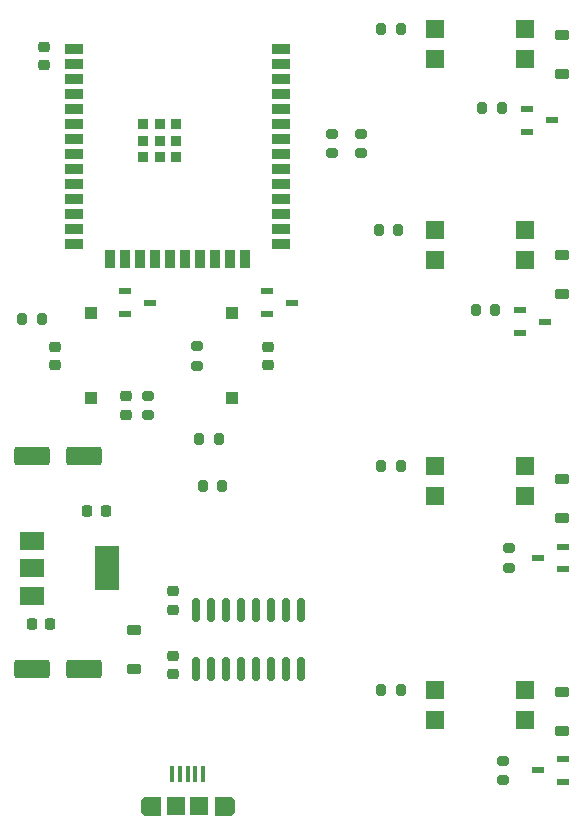
<source format=gbr>
%TF.GenerationSoftware,KiCad,Pcbnew,7.0.1*%
%TF.CreationDate,2023-08-30T01:48:52-03:00*%
%TF.ProjectId,IOT-V2,494f542d-5632-42e6-9b69-6361645f7063,rev?*%
%TF.SameCoordinates,Original*%
%TF.FileFunction,Paste,Top*%
%TF.FilePolarity,Positive*%
%FSLAX46Y46*%
G04 Gerber Fmt 4.6, Leading zero omitted, Abs format (unit mm)*
G04 Created by KiCad (PCBNEW 7.0.1) date 2023-08-30 01:48:52*
%MOMM*%
%LPD*%
G01*
G04 APERTURE LIST*
G04 Aperture macros list*
%AMRoundRect*
0 Rectangle with rounded corners*
0 $1 Rounding radius*
0 $2 $3 $4 $5 $6 $7 $8 $9 X,Y pos of 4 corners*
0 Add a 4 corners polygon primitive as box body*
4,1,4,$2,$3,$4,$5,$6,$7,$8,$9,$2,$3,0*
0 Add four circle primitives for the rounded corners*
1,1,$1+$1,$2,$3*
1,1,$1+$1,$4,$5*
1,1,$1+$1,$6,$7*
1,1,$1+$1,$8,$9*
0 Add four rect primitives between the rounded corners*
20,1,$1+$1,$2,$3,$4,$5,0*
20,1,$1+$1,$4,$5,$6,$7,0*
20,1,$1+$1,$6,$7,$8,$9,0*
20,1,$1+$1,$8,$9,$2,$3,0*%
G04 Aperture macros list end*
%ADD10C,0.010000*%
%ADD11R,1.600000X1.600000*%
%ADD12R,1.000760X0.599440*%
%ADD13RoundRect,0.218750X0.256250X-0.218750X0.256250X0.218750X-0.256250X0.218750X-0.256250X-0.218750X0*%
%ADD14RoundRect,0.225000X0.375000X-0.225000X0.375000X0.225000X-0.375000X0.225000X-0.375000X-0.225000X0*%
%ADD15R,1.500000X0.900000*%
%ADD16R,0.900000X1.500000*%
%ADD17R,0.900000X0.900000*%
%ADD18RoundRect,0.250000X-1.250000X-0.550000X1.250000X-0.550000X1.250000X0.550000X-1.250000X0.550000X0*%
%ADD19RoundRect,0.200000X-0.200000X-0.275000X0.200000X-0.275000X0.200000X0.275000X-0.200000X0.275000X0*%
%ADD20RoundRect,0.200000X-0.275000X0.200000X-0.275000X-0.200000X0.275000X-0.200000X0.275000X0.200000X0*%
%ADD21RoundRect,0.200000X0.275000X-0.200000X0.275000X0.200000X-0.275000X0.200000X-0.275000X-0.200000X0*%
%ADD22RoundRect,0.225000X-0.225000X-0.250000X0.225000X-0.250000X0.225000X0.250000X-0.225000X0.250000X0*%
%ADD23RoundRect,0.200000X0.200000X0.275000X-0.200000X0.275000X-0.200000X-0.275000X0.200000X-0.275000X0*%
%ADD24RoundRect,0.225000X-0.250000X0.225000X-0.250000X-0.225000X0.250000X-0.225000X0.250000X0.225000X0*%
%ADD25R,2.000000X1.500000*%
%ADD26R,2.000000X3.800000*%
%ADD27RoundRect,0.225000X0.250000X-0.225000X0.250000X0.225000X-0.250000X0.225000X-0.250000X-0.225000X0*%
%ADD28RoundRect,0.225000X-0.375000X0.225000X-0.375000X-0.225000X0.375000X-0.225000X0.375000X0.225000X0*%
%ADD29RoundRect,0.225000X0.225000X0.250000X-0.225000X0.250000X-0.225000X-0.250000X0.225000X-0.250000X0*%
%ADD30R,1.000760X1.000760*%
%ADD31RoundRect,0.150000X0.150000X-0.825000X0.150000X0.825000X-0.150000X0.825000X-0.150000X-0.825000X0*%
%ADD32R,0.400000X1.350000*%
%ADD33R,1.500000X1.550000*%
G04 APERTURE END LIST*
%TO.C,J1*%
D10*
X104475000Y-118775000D02*
X103330000Y-118775000D01*
X103304000Y-118774000D01*
X103278000Y-118772000D01*
X103252000Y-118769000D01*
X103226000Y-118764000D01*
X103201000Y-118758000D01*
X103175000Y-118751000D01*
X103151000Y-118742000D01*
X103127000Y-118732000D01*
X103103000Y-118721000D01*
X103080000Y-118708000D01*
X103058000Y-118694000D01*
X103036000Y-118680000D01*
X103015000Y-118664000D01*
X102995000Y-118647000D01*
X102976000Y-118629000D01*
X102958000Y-118610000D01*
X102941000Y-118590000D01*
X102925000Y-118569000D01*
X102911000Y-118547000D01*
X102897000Y-118525000D01*
X102884000Y-118502000D01*
X102873000Y-118478000D01*
X102863000Y-118454000D01*
X102854000Y-118430000D01*
X102847000Y-118404000D01*
X102841000Y-118379000D01*
X102836000Y-118353000D01*
X102833000Y-118327000D01*
X102831000Y-118301000D01*
X102830000Y-118275000D01*
X102830000Y-117725000D01*
X102831000Y-117699000D01*
X102833000Y-117673000D01*
X102836000Y-117647000D01*
X102841000Y-117621000D01*
X102847000Y-117596000D01*
X102854000Y-117570000D01*
X102863000Y-117546000D01*
X102873000Y-117522000D01*
X102884000Y-117498000D01*
X102897000Y-117475000D01*
X102911000Y-117453000D01*
X102925000Y-117431000D01*
X102941000Y-117410000D01*
X102958000Y-117390000D01*
X102976000Y-117371000D01*
X102995000Y-117353000D01*
X103015000Y-117336000D01*
X103036000Y-117320000D01*
X103058000Y-117306000D01*
X103080000Y-117292000D01*
X103103000Y-117279000D01*
X103127000Y-117268000D01*
X103151000Y-117258000D01*
X103175000Y-117249000D01*
X103201000Y-117242000D01*
X103226000Y-117236000D01*
X103252000Y-117231000D01*
X103278000Y-117228000D01*
X103304000Y-117226000D01*
X103330000Y-117225000D01*
X104475000Y-117225000D01*
X104475000Y-118775000D01*
G36*
X104475000Y-118775000D02*
G01*
X103330000Y-118775000D01*
X103304000Y-118774000D01*
X103278000Y-118772000D01*
X103252000Y-118769000D01*
X103226000Y-118764000D01*
X103201000Y-118758000D01*
X103175000Y-118751000D01*
X103151000Y-118742000D01*
X103127000Y-118732000D01*
X103103000Y-118721000D01*
X103080000Y-118708000D01*
X103058000Y-118694000D01*
X103036000Y-118680000D01*
X103015000Y-118664000D01*
X102995000Y-118647000D01*
X102976000Y-118629000D01*
X102958000Y-118610000D01*
X102941000Y-118590000D01*
X102925000Y-118569000D01*
X102911000Y-118547000D01*
X102897000Y-118525000D01*
X102884000Y-118502000D01*
X102873000Y-118478000D01*
X102863000Y-118454000D01*
X102854000Y-118430000D01*
X102847000Y-118404000D01*
X102841000Y-118379000D01*
X102836000Y-118353000D01*
X102833000Y-118327000D01*
X102831000Y-118301000D01*
X102830000Y-118275000D01*
X102830000Y-117725000D01*
X102831000Y-117699000D01*
X102833000Y-117673000D01*
X102836000Y-117647000D01*
X102841000Y-117621000D01*
X102847000Y-117596000D01*
X102854000Y-117570000D01*
X102863000Y-117546000D01*
X102873000Y-117522000D01*
X102884000Y-117498000D01*
X102897000Y-117475000D01*
X102911000Y-117453000D01*
X102925000Y-117431000D01*
X102941000Y-117410000D01*
X102958000Y-117390000D01*
X102976000Y-117371000D01*
X102995000Y-117353000D01*
X103015000Y-117336000D01*
X103036000Y-117320000D01*
X103058000Y-117306000D01*
X103080000Y-117292000D01*
X103103000Y-117279000D01*
X103127000Y-117268000D01*
X103151000Y-117258000D01*
X103175000Y-117249000D01*
X103201000Y-117242000D01*
X103226000Y-117236000D01*
X103252000Y-117231000D01*
X103278000Y-117228000D01*
X103304000Y-117226000D01*
X103330000Y-117225000D01*
X104475000Y-117225000D01*
X104475000Y-118775000D01*
G37*
X110246000Y-117226000D02*
X110272000Y-117228000D01*
X110298000Y-117231000D01*
X110324000Y-117236000D01*
X110349000Y-117242000D01*
X110375000Y-117249000D01*
X110399000Y-117258000D01*
X110423000Y-117268000D01*
X110447000Y-117279000D01*
X110470000Y-117292000D01*
X110492000Y-117306000D01*
X110514000Y-117320000D01*
X110535000Y-117336000D01*
X110555000Y-117353000D01*
X110574000Y-117371000D01*
X110592000Y-117390000D01*
X110609000Y-117410000D01*
X110625000Y-117431000D01*
X110639000Y-117453000D01*
X110653000Y-117475000D01*
X110666000Y-117498000D01*
X110677000Y-117522000D01*
X110687000Y-117546000D01*
X110696000Y-117570000D01*
X110703000Y-117596000D01*
X110709000Y-117621000D01*
X110714000Y-117647000D01*
X110717000Y-117673000D01*
X110719000Y-117699000D01*
X110720000Y-117725000D01*
X110720000Y-118275000D01*
X110719000Y-118301000D01*
X110717000Y-118327000D01*
X110714000Y-118353000D01*
X110709000Y-118379000D01*
X110703000Y-118404000D01*
X110696000Y-118430000D01*
X110687000Y-118454000D01*
X110677000Y-118478000D01*
X110666000Y-118502000D01*
X110653000Y-118525000D01*
X110639000Y-118547000D01*
X110625000Y-118569000D01*
X110609000Y-118590000D01*
X110592000Y-118610000D01*
X110574000Y-118629000D01*
X110555000Y-118647000D01*
X110535000Y-118664000D01*
X110514000Y-118680000D01*
X110492000Y-118694000D01*
X110470000Y-118708000D01*
X110447000Y-118721000D01*
X110423000Y-118732000D01*
X110399000Y-118742000D01*
X110375000Y-118751000D01*
X110349000Y-118758000D01*
X110324000Y-118764000D01*
X110298000Y-118769000D01*
X110272000Y-118772000D01*
X110246000Y-118774000D01*
X110220000Y-118775000D01*
X109075000Y-118775000D01*
X109075000Y-117225000D01*
X110220000Y-117225000D01*
X110246000Y-117226000D01*
G36*
X110246000Y-117226000D02*
G01*
X110272000Y-117228000D01*
X110298000Y-117231000D01*
X110324000Y-117236000D01*
X110349000Y-117242000D01*
X110375000Y-117249000D01*
X110399000Y-117258000D01*
X110423000Y-117268000D01*
X110447000Y-117279000D01*
X110470000Y-117292000D01*
X110492000Y-117306000D01*
X110514000Y-117320000D01*
X110535000Y-117336000D01*
X110555000Y-117353000D01*
X110574000Y-117371000D01*
X110592000Y-117390000D01*
X110609000Y-117410000D01*
X110625000Y-117431000D01*
X110639000Y-117453000D01*
X110653000Y-117475000D01*
X110666000Y-117498000D01*
X110677000Y-117522000D01*
X110687000Y-117546000D01*
X110696000Y-117570000D01*
X110703000Y-117596000D01*
X110709000Y-117621000D01*
X110714000Y-117647000D01*
X110717000Y-117673000D01*
X110719000Y-117699000D01*
X110720000Y-117725000D01*
X110720000Y-118275000D01*
X110719000Y-118301000D01*
X110717000Y-118327000D01*
X110714000Y-118353000D01*
X110709000Y-118379000D01*
X110703000Y-118404000D01*
X110696000Y-118430000D01*
X110687000Y-118454000D01*
X110677000Y-118478000D01*
X110666000Y-118502000D01*
X110653000Y-118525000D01*
X110639000Y-118547000D01*
X110625000Y-118569000D01*
X110609000Y-118590000D01*
X110592000Y-118610000D01*
X110574000Y-118629000D01*
X110555000Y-118647000D01*
X110535000Y-118664000D01*
X110514000Y-118680000D01*
X110492000Y-118694000D01*
X110470000Y-118708000D01*
X110447000Y-118721000D01*
X110423000Y-118732000D01*
X110399000Y-118742000D01*
X110375000Y-118751000D01*
X110349000Y-118758000D01*
X110324000Y-118764000D01*
X110298000Y-118769000D01*
X110272000Y-118772000D01*
X110246000Y-118774000D01*
X110220000Y-118775000D01*
X109075000Y-118775000D01*
X109075000Y-117225000D01*
X110220000Y-117225000D01*
X110246000Y-117226000D01*
G37*
%TD*%
D11*
%TO.C,U6*%
X127690000Y-89230000D03*
X127690000Y-91770000D03*
X135310000Y-91770000D03*
X135310000Y-89230000D03*
%TD*%
D12*
%TO.C,Q1*%
X101508360Y-74447500D03*
X103621640Y-75400000D03*
X101508360Y-76352500D03*
%TD*%
D13*
%TO.C,LED1*%
X101565000Y-84900000D03*
X101565000Y-83325000D03*
%TD*%
D14*
%TO.C,D4*%
X138500000Y-56000000D03*
X138500000Y-52700000D03*
%TD*%
D15*
%TO.C,U1*%
X97150000Y-55215000D03*
X97150000Y-57755000D03*
X97150000Y-59025000D03*
X97150000Y-56485000D03*
X97150000Y-60295000D03*
X97150000Y-61565000D03*
X97150000Y-62835000D03*
X97150000Y-64105000D03*
X97150000Y-65375000D03*
X97150000Y-66645000D03*
X97150000Y-67915000D03*
X97150000Y-69185000D03*
X97150000Y-70455000D03*
D16*
X101455000Y-71705000D03*
X110345000Y-71705000D03*
X111615000Y-71705000D03*
D15*
X114650000Y-70455000D03*
X114650000Y-69185000D03*
X114650000Y-67915000D03*
X114650000Y-66645000D03*
D16*
X102725000Y-71705000D03*
X103995000Y-71705000D03*
X105265000Y-71705000D03*
X106535000Y-71705000D03*
X107805000Y-71705000D03*
X109075000Y-71705000D03*
D15*
X114650000Y-65375000D03*
X114650000Y-64105000D03*
X114650000Y-55215000D03*
X114650000Y-62835000D03*
X114650000Y-56485000D03*
X114650000Y-59025000D03*
X114650000Y-57755000D03*
X114650000Y-60295000D03*
X97150000Y-53945000D03*
D16*
X100185000Y-71705000D03*
D17*
X103000000Y-60265000D03*
X103000000Y-61665000D03*
X103000000Y-63065000D03*
X104400000Y-60265000D03*
X104400000Y-61665000D03*
X104400000Y-63065000D03*
X105800000Y-60265000D03*
X105800000Y-61665000D03*
X105800000Y-63065000D03*
D15*
X114650000Y-53945000D03*
X114650000Y-61565000D03*
%TD*%
D12*
%TO.C,Q5*%
X134943360Y-76047500D03*
X137056640Y-77000000D03*
X134943360Y-77952500D03*
%TD*%
D18*
%TO.C,C7*%
X93570000Y-88400000D03*
X97970000Y-88400000D03*
%TD*%
D19*
%TO.C,R12*%
X123175000Y-108200000D03*
X124825000Y-108200000D03*
%TD*%
D20*
%TO.C,R1*%
X119030000Y-61100000D03*
X119030000Y-62750000D03*
%TD*%
D18*
%TO.C,C6*%
X93570000Y-106400000D03*
X97970000Y-106400000D03*
%TD*%
D19*
%TO.C,R11*%
X131175000Y-76000000D03*
X132825000Y-76000000D03*
%TD*%
%TO.C,R3*%
X107745000Y-86900000D03*
X109395000Y-86900000D03*
%TD*%
%TO.C,R16*%
X122975000Y-69200000D03*
X124625000Y-69200000D03*
%TD*%
D20*
%TO.C,R2*%
X121500000Y-61075000D03*
X121500000Y-62725000D03*
%TD*%
D21*
%TO.C,R7*%
X103400000Y-84925000D03*
X103400000Y-83275000D03*
%TD*%
D12*
%TO.C,Q4*%
X135500000Y-59000000D03*
X137613280Y-59952500D03*
X135500000Y-60905000D03*
%TD*%
D14*
%TO.C,D5*%
X138500000Y-74650000D03*
X138500000Y-71350000D03*
%TD*%
D11*
%TO.C,U5*%
X127690000Y-69230000D03*
X127690000Y-71770000D03*
X135310000Y-71770000D03*
X135310000Y-69230000D03*
%TD*%
D20*
%TO.C,R15*%
X133500000Y-114175000D03*
X133500000Y-115825000D03*
%TD*%
%TO.C,R14*%
X134000000Y-96175000D03*
X134000000Y-97825000D03*
%TD*%
D22*
%TO.C,C8*%
X98295000Y-93000000D03*
X99845000Y-93000000D03*
%TD*%
D11*
%TO.C,U4*%
X127690000Y-52230000D03*
X127690000Y-54770000D03*
X135310000Y-54770000D03*
X135310000Y-52230000D03*
%TD*%
D23*
%TO.C,R4*%
X109720000Y-90900000D03*
X108070000Y-90900000D03*
%TD*%
D24*
%TO.C,C3*%
X105530000Y-99825000D03*
X105530000Y-101375000D03*
%TD*%
D25*
%TO.C,U3*%
X93620000Y-95600000D03*
X93620000Y-97900000D03*
D26*
X99920000Y-97900000D03*
D25*
X93620000Y-100200000D03*
%TD*%
D27*
%TO.C,C4*%
X95570000Y-80675000D03*
X95570000Y-79125000D03*
%TD*%
D28*
%TO.C,D1*%
X102200000Y-103150000D03*
X102200000Y-106450000D03*
%TD*%
D12*
%TO.C,Q7*%
X138556640Y-115952500D03*
X136443360Y-115000000D03*
X138556640Y-114047500D03*
%TD*%
D27*
%TO.C,C2*%
X105530000Y-106875000D03*
X105530000Y-105325000D03*
%TD*%
D14*
%TO.C,D7*%
X138500000Y-111650000D03*
X138500000Y-108350000D03*
%TD*%
D29*
%TO.C,C9*%
X95145000Y-102600000D03*
X93595000Y-102600000D03*
%TD*%
D19*
%TO.C,R8*%
X123175000Y-52200000D03*
X124825000Y-52200000D03*
%TD*%
D11*
%TO.C,U7*%
X127690000Y-108230000D03*
X127690000Y-110770000D03*
X135310000Y-110770000D03*
X135310000Y-108230000D03*
%TD*%
D19*
%TO.C,R10*%
X123175000Y-89200000D03*
X124825000Y-89200000D03*
%TD*%
D12*
%TO.C,Q2*%
X113513360Y-74447500D03*
X115626640Y-75400000D03*
X113513360Y-76352500D03*
%TD*%
%TO.C,Q6*%
X138556640Y-97952500D03*
X136443360Y-97000000D03*
X138556640Y-96047500D03*
%TD*%
D24*
%TO.C,C5*%
X113570000Y-79125000D03*
X113570000Y-80675000D03*
%TD*%
D23*
%TO.C,R5*%
X94425000Y-76800000D03*
X92775000Y-76800000D03*
%TD*%
D30*
%TO.C,SW2*%
X110570000Y-83499180D03*
X110570000Y-76300820D03*
%TD*%
D24*
%TO.C,C1*%
X94600000Y-53725000D03*
X94600000Y-55275000D03*
%TD*%
D31*
%TO.C,U2*%
X107530000Y-106375000D03*
X108800000Y-106375000D03*
X110070000Y-106375000D03*
X111340000Y-106375000D03*
X112610000Y-106375000D03*
X113880000Y-106375000D03*
X115150000Y-106375000D03*
X116420000Y-106375000D03*
X116420000Y-101425000D03*
X115150000Y-101425000D03*
X113880000Y-101425000D03*
X112610000Y-101425000D03*
X111340000Y-101425000D03*
X110070000Y-101425000D03*
X108800000Y-101425000D03*
X107530000Y-101425000D03*
%TD*%
D14*
%TO.C,D6*%
X138500000Y-93650000D03*
X138500000Y-90350000D03*
%TD*%
D19*
%TO.C,R9*%
X131731640Y-58952500D03*
X133381640Y-58952500D03*
%TD*%
D32*
%TO.C,J1*%
X105475000Y-115325000D03*
X106125000Y-115325000D03*
X106775000Y-115325000D03*
X107425000Y-115325000D03*
X108075000Y-115325000D03*
D33*
X105775000Y-118000000D03*
X107775000Y-118000000D03*
%TD*%
D30*
%TO.C,SW1*%
X98570000Y-76300820D03*
X98570000Y-83499180D03*
%TD*%
D20*
%TO.C,R6*%
X107570000Y-79075000D03*
X107570000Y-80725000D03*
%TD*%
M02*

</source>
